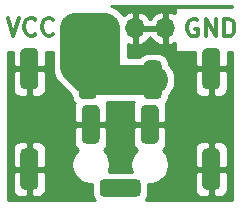
<source format=gtl>
%TF.GenerationSoftware,KiCad,Pcbnew,(5.1.6-0-10_14)*%
%TF.CreationDate,2020-09-14T10:08:38+09:00*%
%TF.ProjectId,breakout_DIN4,62726561-6b6f-4757-945f-44494e342e6b,rev?*%
%TF.SameCoordinates,Original*%
%TF.FileFunction,Copper,L1,Top*%
%TF.FilePolarity,Positive*%
%FSLAX46Y46*%
G04 Gerber Fmt 4.6, Leading zero omitted, Abs format (unit mm)*
G04 Created by KiCad (PCBNEW (5.1.6-0-10_14)) date 2020-09-14 10:08:38*
%MOMM*%
%LPD*%
G01*
G04 APERTURE LIST*
%TA.AperFunction,NonConductor*%
%ADD10C,0.300000*%
%TD*%
%TA.AperFunction,ComponentPad*%
%ADD11O,1.700000X1.700000*%
%TD*%
%TA.AperFunction,ComponentPad*%
%ADD12R,1.700000X1.700000*%
%TD*%
%TA.AperFunction,Conductor*%
%ADD13C,2.540000*%
%TD*%
%TA.AperFunction,Conductor*%
%ADD14C,0.254000*%
%TD*%
G04 APERTURE END LIST*
D10*
X120827142Y-98340000D02*
X120684285Y-98268571D01*
X120470000Y-98268571D01*
X120255714Y-98340000D01*
X120112857Y-98482857D01*
X120041428Y-98625714D01*
X119970000Y-98911428D01*
X119970000Y-99125714D01*
X120041428Y-99411428D01*
X120112857Y-99554285D01*
X120255714Y-99697142D01*
X120470000Y-99768571D01*
X120612857Y-99768571D01*
X120827142Y-99697142D01*
X120898571Y-99625714D01*
X120898571Y-99125714D01*
X120612857Y-99125714D01*
X121541428Y-99768571D02*
X121541428Y-98268571D01*
X122398571Y-99768571D01*
X122398571Y-98268571D01*
X123112857Y-99768571D02*
X123112857Y-98268571D01*
X123470000Y-98268571D01*
X123684285Y-98340000D01*
X123827142Y-98482857D01*
X123898571Y-98625714D01*
X123970000Y-98911428D01*
X123970000Y-99125714D01*
X123898571Y-99411428D01*
X123827142Y-99554285D01*
X123684285Y-99697142D01*
X123470000Y-99768571D01*
X123112857Y-99768571D01*
X104760000Y-98198571D02*
X105260000Y-99698571D01*
X105760000Y-98198571D01*
X107117142Y-99555714D02*
X107045714Y-99627142D01*
X106831428Y-99698571D01*
X106688571Y-99698571D01*
X106474285Y-99627142D01*
X106331428Y-99484285D01*
X106260000Y-99341428D01*
X106188571Y-99055714D01*
X106188571Y-98841428D01*
X106260000Y-98555714D01*
X106331428Y-98412857D01*
X106474285Y-98270000D01*
X106688571Y-98198571D01*
X106831428Y-98198571D01*
X107045714Y-98270000D01*
X107117142Y-98341428D01*
X108617142Y-99555714D02*
X108545714Y-99627142D01*
X108331428Y-99698571D01*
X108188571Y-99698571D01*
X107974285Y-99627142D01*
X107831428Y-99484285D01*
X107760000Y-99341428D01*
X107688571Y-99055714D01*
X107688571Y-98841428D01*
X107760000Y-98555714D01*
X107831428Y-98412857D01*
X107974285Y-98270000D01*
X108188571Y-98198571D01*
X108331428Y-98198571D01*
X108545714Y-98270000D01*
X108617142Y-98341428D01*
D11*
%TO.P,J1,4*%
%TO.N,GND*%
X118110000Y-99060000D03*
%TO.P,J1,3*%
X115570000Y-99060000D03*
%TO.P,J1,2*%
%TO.N,VCC*%
X113030000Y-99060000D03*
D12*
%TO.P,J1,1*%
X110490000Y-99060000D03*
%TD*%
%TO.P,U1,1*%
%TO.N,VCC*%
%TA.AperFunction,ComponentPad*%
G36*
G01*
X110800000Y-104725000D02*
X110800000Y-102175000D01*
G75*
G02*
X111175000Y-101800000I375000J0D01*
G01*
X111925000Y-101800000D01*
G75*
G02*
X112300000Y-102175000I0J-375000D01*
G01*
X112300000Y-104725000D01*
G75*
G02*
X111925000Y-105100000I-375000J0D01*
G01*
X111175000Y-105100000D01*
G75*
G02*
X110800000Y-104725000I0J375000D01*
G01*
G37*
%TD.AperFunction*%
%TO.P,U1,2*%
%TA.AperFunction,ComponentPad*%
G36*
G01*
X116300000Y-104725000D02*
X116300000Y-102175000D01*
G75*
G02*
X116675000Y-101800000I375000J0D01*
G01*
X117425000Y-101800000D01*
G75*
G02*
X117800000Y-102175000I0J-375000D01*
G01*
X117800000Y-104725000D01*
G75*
G02*
X117425000Y-105100000I-375000J0D01*
G01*
X116675000Y-105100000D01*
G75*
G02*
X116300000Y-104725000I0J375000D01*
G01*
G37*
%TD.AperFunction*%
%TO.P,U1,3*%
%TO.N,GND*%
%TA.AperFunction,ComponentPad*%
G36*
G01*
X111050000Y-108475000D02*
X111050000Y-105925000D01*
G75*
G02*
X111425000Y-105550000I375000J0D01*
G01*
X112175000Y-105550000D01*
G75*
G02*
X112550000Y-105925000I0J-375000D01*
G01*
X112550000Y-108475000D01*
G75*
G02*
X112175000Y-108850000I-375000J0D01*
G01*
X111425000Y-108850000D01*
G75*
G02*
X111050000Y-108475000I0J375000D01*
G01*
G37*
%TD.AperFunction*%
%TO.P,U1,4*%
%TA.AperFunction,ComponentPad*%
G36*
G01*
X116050000Y-108475000D02*
X116050000Y-105925000D01*
G75*
G02*
X116425000Y-105550000I375000J0D01*
G01*
X117175000Y-105550000D01*
G75*
G02*
X117550000Y-105925000I0J-375000D01*
G01*
X117550000Y-108475000D01*
G75*
G02*
X117175000Y-108850000I-375000J0D01*
G01*
X116425000Y-108850000D01*
G75*
G02*
X116050000Y-108475000I0J375000D01*
G01*
G37*
%TD.AperFunction*%
%TO.P,U1,5*%
%TO.N,Net-(U1-Pad5)*%
%TA.AperFunction,ComponentPad*%
G36*
G01*
X115675000Y-113350000D02*
X112925000Y-113350000D01*
G75*
G02*
X112550000Y-112975000I0J375000D01*
G01*
X112550000Y-112225000D01*
G75*
G02*
X112925000Y-111850000I375000J0D01*
G01*
X115675000Y-111850000D01*
G75*
G02*
X116050000Y-112225000I0J-375000D01*
G01*
X116050000Y-112975000D01*
G75*
G02*
X115675000Y-113350000I-375000J0D01*
G01*
G37*
%TD.AperFunction*%
%TO.P,U1,6*%
%TO.N,GND*%
%TA.AperFunction,ComponentPad*%
G36*
G01*
X107350000Y-101125000D02*
X107350000Y-103875000D01*
G75*
G02*
X106975000Y-104250000I-375000J0D01*
G01*
X106225000Y-104250000D01*
G75*
G02*
X105850000Y-103875000I0J375000D01*
G01*
X105850000Y-101125000D01*
G75*
G02*
X106225000Y-100750000I375000J0D01*
G01*
X106975000Y-100750000D01*
G75*
G02*
X107350000Y-101125000I0J-375000D01*
G01*
G37*
%TD.AperFunction*%
%TO.P,U1,8*%
%TA.AperFunction,ComponentPad*%
G36*
G01*
X122750000Y-101125000D02*
X122750000Y-103875000D01*
G75*
G02*
X122375000Y-104250000I-375000J0D01*
G01*
X121625000Y-104250000D01*
G75*
G02*
X121250000Y-103875000I0J375000D01*
G01*
X121250000Y-101125000D01*
G75*
G02*
X121625000Y-100750000I375000J0D01*
G01*
X122375000Y-100750000D01*
G75*
G02*
X122750000Y-101125000I0J-375000D01*
G01*
G37*
%TD.AperFunction*%
%TO.P,U1,7*%
%TA.AperFunction,ComponentPad*%
G36*
G01*
X107350000Y-109625000D02*
X107350000Y-112375000D01*
G75*
G02*
X106975000Y-112750000I-375000J0D01*
G01*
X106225000Y-112750000D01*
G75*
G02*
X105850000Y-112375000I0J375000D01*
G01*
X105850000Y-109625000D01*
G75*
G02*
X106225000Y-109250000I375000J0D01*
G01*
X106975000Y-109250000D01*
G75*
G02*
X107350000Y-109625000I0J-375000D01*
G01*
G37*
%TD.AperFunction*%
%TO.P,U1,9*%
%TA.AperFunction,ComponentPad*%
G36*
G01*
X122750000Y-109625000D02*
X122750000Y-112375000D01*
G75*
G02*
X122375000Y-112750000I-375000J0D01*
G01*
X121625000Y-112750000D01*
G75*
G02*
X121250000Y-112375000I0J375000D01*
G01*
X121250000Y-109625000D01*
G75*
G02*
X121625000Y-109250000I375000J0D01*
G01*
X122375000Y-109250000D01*
G75*
G02*
X122750000Y-109625000I0J-375000D01*
G01*
G37*
%TD.AperFunction*%
%TD*%
D13*
%TO.N,VCC*%
X113030000Y-99060000D02*
X110490000Y-99060000D01*
X110490000Y-102390000D02*
X111550000Y-103450000D01*
X110490000Y-99060000D02*
X110490000Y-102390000D01*
X111550000Y-103450000D02*
X117050000Y-103450000D01*
X113030000Y-101970000D02*
X111550000Y-103450000D01*
X113030000Y-99060000D02*
X113030000Y-101970000D01*
X110490000Y-99430000D02*
X113030000Y-101970000D01*
X110490000Y-99060000D02*
X110490000Y-99430000D01*
%TD*%
D14*
%TO.N,GND*%
G36*
X123775001Y-97300000D02*
G01*
X118899286Y-97300000D01*
X118899286Y-97805042D01*
X118876920Y-97788359D01*
X118614099Y-97663175D01*
X118466890Y-97618524D01*
X118237000Y-97739845D01*
X118237000Y-98933000D01*
X118257000Y-98933000D01*
X118257000Y-99187000D01*
X118237000Y-99187000D01*
X118237000Y-100380155D01*
X118466890Y-100501476D01*
X118614099Y-100456825D01*
X118876920Y-100331641D01*
X118899286Y-100314958D01*
X118899286Y-101120000D01*
X120612704Y-101120000D01*
X120615000Y-102214250D01*
X120773750Y-102373000D01*
X121873000Y-102373000D01*
X121873000Y-102353000D01*
X122127000Y-102353000D01*
X122127000Y-102373000D01*
X123226250Y-102373000D01*
X123385000Y-102214250D01*
X123387296Y-101120000D01*
X123775001Y-101120000D01*
X123775000Y-113615000D01*
X116454009Y-113615000D01*
X116517339Y-113537833D01*
X116610956Y-113362686D01*
X116668606Y-113172641D01*
X116688072Y-112975000D01*
X116688072Y-112750000D01*
X120611928Y-112750000D01*
X120624188Y-112874482D01*
X120660498Y-112994180D01*
X120719463Y-113104494D01*
X120798815Y-113201185D01*
X120895506Y-113280537D01*
X121005820Y-113339502D01*
X121125518Y-113375812D01*
X121250000Y-113388072D01*
X121714250Y-113385000D01*
X121873000Y-113226250D01*
X121873000Y-111127000D01*
X122127000Y-111127000D01*
X122127000Y-113226250D01*
X122285750Y-113385000D01*
X122750000Y-113388072D01*
X122874482Y-113375812D01*
X122994180Y-113339502D01*
X123104494Y-113280537D01*
X123201185Y-113201185D01*
X123280537Y-113104494D01*
X123339502Y-112994180D01*
X123375812Y-112874482D01*
X123388072Y-112750000D01*
X123385000Y-111285750D01*
X123226250Y-111127000D01*
X122127000Y-111127000D01*
X121873000Y-111127000D01*
X120773750Y-111127000D01*
X120615000Y-111285750D01*
X120611928Y-112750000D01*
X116688072Y-112750000D01*
X116688072Y-112235000D01*
X116961033Y-112235000D01*
X117276912Y-112172168D01*
X117574463Y-112048918D01*
X117842252Y-111869987D01*
X118069987Y-111642252D01*
X118248918Y-111374463D01*
X118372168Y-111076912D01*
X118435000Y-110761033D01*
X118435000Y-110438967D01*
X118372168Y-110123088D01*
X118248918Y-109825537D01*
X118069987Y-109557748D01*
X117896858Y-109384619D01*
X117904494Y-109380537D01*
X118001185Y-109301185D01*
X118043191Y-109250000D01*
X120611928Y-109250000D01*
X120615000Y-110714250D01*
X120773750Y-110873000D01*
X121873000Y-110873000D01*
X121873000Y-108773750D01*
X122127000Y-108773750D01*
X122127000Y-110873000D01*
X123226250Y-110873000D01*
X123385000Y-110714250D01*
X123388072Y-109250000D01*
X123375812Y-109125518D01*
X123339502Y-109005820D01*
X123280537Y-108895506D01*
X123201185Y-108798815D01*
X123104494Y-108719463D01*
X122994180Y-108660498D01*
X122874482Y-108624188D01*
X122750000Y-108611928D01*
X122285750Y-108615000D01*
X122127000Y-108773750D01*
X121873000Y-108773750D01*
X121714250Y-108615000D01*
X121250000Y-108611928D01*
X121125518Y-108624188D01*
X121005820Y-108660498D01*
X120895506Y-108719463D01*
X120798815Y-108798815D01*
X120719463Y-108895506D01*
X120660498Y-109005820D01*
X120624188Y-109125518D01*
X120611928Y-109250000D01*
X118043191Y-109250000D01*
X118080537Y-109204494D01*
X118139502Y-109094180D01*
X118175812Y-108974482D01*
X118188072Y-108850000D01*
X118185000Y-107485750D01*
X118026250Y-107327000D01*
X116927000Y-107327000D01*
X116927000Y-107347000D01*
X116673000Y-107347000D01*
X116673000Y-107327000D01*
X115573750Y-107327000D01*
X115415000Y-107485750D01*
X115411928Y-108850000D01*
X115424188Y-108974482D01*
X115460498Y-109094180D01*
X115519463Y-109204494D01*
X115598815Y-109301185D01*
X115695506Y-109380537D01*
X115703142Y-109384619D01*
X115530013Y-109557748D01*
X115351082Y-109825537D01*
X115227832Y-110123088D01*
X115165000Y-110438967D01*
X115165000Y-110761033D01*
X115227832Y-111076912D01*
X115283758Y-111211928D01*
X113316242Y-111211928D01*
X113372168Y-111076912D01*
X113435000Y-110761033D01*
X113435000Y-110438967D01*
X113372168Y-110123088D01*
X113248918Y-109825537D01*
X113069987Y-109557748D01*
X112896858Y-109384619D01*
X112904494Y-109380537D01*
X113001185Y-109301185D01*
X113080537Y-109204494D01*
X113139502Y-109094180D01*
X113175812Y-108974482D01*
X113188072Y-108850000D01*
X113185000Y-107485750D01*
X113026250Y-107327000D01*
X111927000Y-107327000D01*
X111927000Y-107347000D01*
X111673000Y-107347000D01*
X111673000Y-107327000D01*
X110573750Y-107327000D01*
X110415000Y-107485750D01*
X110411928Y-108850000D01*
X110424188Y-108974482D01*
X110460498Y-109094180D01*
X110519463Y-109204494D01*
X110598815Y-109301185D01*
X110695506Y-109380537D01*
X110703142Y-109384619D01*
X110530013Y-109557748D01*
X110351082Y-109825537D01*
X110227832Y-110123088D01*
X110165000Y-110438967D01*
X110165000Y-110761033D01*
X110227832Y-111076912D01*
X110351082Y-111374463D01*
X110530013Y-111642252D01*
X110757748Y-111869987D01*
X111025537Y-112048918D01*
X111323088Y-112172168D01*
X111638967Y-112235000D01*
X111911928Y-112235000D01*
X111911928Y-112975000D01*
X111931394Y-113172641D01*
X111989044Y-113362686D01*
X112082661Y-113537833D01*
X112145991Y-113615000D01*
X104825000Y-113615000D01*
X104825000Y-112750000D01*
X105211928Y-112750000D01*
X105224188Y-112874482D01*
X105260498Y-112994180D01*
X105319463Y-113104494D01*
X105398815Y-113201185D01*
X105495506Y-113280537D01*
X105605820Y-113339502D01*
X105725518Y-113375812D01*
X105850000Y-113388072D01*
X106314250Y-113385000D01*
X106473000Y-113226250D01*
X106473000Y-111127000D01*
X106727000Y-111127000D01*
X106727000Y-113226250D01*
X106885750Y-113385000D01*
X107350000Y-113388072D01*
X107474482Y-113375812D01*
X107594180Y-113339502D01*
X107704494Y-113280537D01*
X107801185Y-113201185D01*
X107880537Y-113104494D01*
X107939502Y-112994180D01*
X107975812Y-112874482D01*
X107988072Y-112750000D01*
X107985000Y-111285750D01*
X107826250Y-111127000D01*
X106727000Y-111127000D01*
X106473000Y-111127000D01*
X105373750Y-111127000D01*
X105215000Y-111285750D01*
X105211928Y-112750000D01*
X104825000Y-112750000D01*
X104825000Y-109250000D01*
X105211928Y-109250000D01*
X105215000Y-110714250D01*
X105373750Y-110873000D01*
X106473000Y-110873000D01*
X106473000Y-108773750D01*
X106727000Y-108773750D01*
X106727000Y-110873000D01*
X107826250Y-110873000D01*
X107985000Y-110714250D01*
X107988072Y-109250000D01*
X107975812Y-109125518D01*
X107939502Y-109005820D01*
X107880537Y-108895506D01*
X107801185Y-108798815D01*
X107704494Y-108719463D01*
X107594180Y-108660498D01*
X107474482Y-108624188D01*
X107350000Y-108611928D01*
X106885750Y-108615000D01*
X106727000Y-108773750D01*
X106473000Y-108773750D01*
X106314250Y-108615000D01*
X105850000Y-108611928D01*
X105725518Y-108624188D01*
X105605820Y-108660498D01*
X105495506Y-108719463D01*
X105398815Y-108798815D01*
X105319463Y-108895506D01*
X105260498Y-109005820D01*
X105224188Y-109125518D01*
X105211928Y-109250000D01*
X104825000Y-109250000D01*
X104825000Y-104250000D01*
X105211928Y-104250000D01*
X105224188Y-104374482D01*
X105260498Y-104494180D01*
X105319463Y-104604494D01*
X105398815Y-104701185D01*
X105495506Y-104780537D01*
X105605820Y-104839502D01*
X105725518Y-104875812D01*
X105850000Y-104888072D01*
X106314250Y-104885000D01*
X106473000Y-104726250D01*
X106473000Y-102627000D01*
X106727000Y-102627000D01*
X106727000Y-104726250D01*
X106885750Y-104885000D01*
X107350000Y-104888072D01*
X107474482Y-104875812D01*
X107594180Y-104839502D01*
X107704494Y-104780537D01*
X107801185Y-104701185D01*
X107880537Y-104604494D01*
X107939502Y-104494180D01*
X107975812Y-104374482D01*
X107988072Y-104250000D01*
X107985000Y-102785750D01*
X107826250Y-102627000D01*
X106727000Y-102627000D01*
X106473000Y-102627000D01*
X105373750Y-102627000D01*
X105215000Y-102785750D01*
X105211928Y-104250000D01*
X104825000Y-104250000D01*
X104825000Y-101050000D01*
X105212557Y-101050000D01*
X105215000Y-102214250D01*
X105373750Y-102373000D01*
X106473000Y-102373000D01*
X106473000Y-102353000D01*
X106727000Y-102353000D01*
X106727000Y-102373000D01*
X107826250Y-102373000D01*
X107985000Y-102214250D01*
X107987443Y-101050000D01*
X108585001Y-101050000D01*
X108585001Y-102296411D01*
X108575783Y-102390000D01*
X108612565Y-102763445D01*
X108721495Y-103122539D01*
X108898387Y-103453482D01*
X108987128Y-103561612D01*
X109136445Y-103743556D01*
X109209140Y-103803215D01*
X110136784Y-104730860D01*
X110166013Y-104766476D01*
X110181394Y-104922641D01*
X110239044Y-105112686D01*
X110332661Y-105287833D01*
X110429982Y-105406418D01*
X110424188Y-105425518D01*
X110411928Y-105550000D01*
X110415000Y-106914250D01*
X110573750Y-107073000D01*
X111673000Y-107073000D01*
X111673000Y-107053000D01*
X111927000Y-107053000D01*
X111927000Y-107073000D01*
X113026250Y-107073000D01*
X113185000Y-106914250D01*
X113188072Y-105550000D01*
X113175812Y-105425518D01*
X113154421Y-105355000D01*
X115445579Y-105355000D01*
X115424188Y-105425518D01*
X115411928Y-105550000D01*
X115415000Y-106914250D01*
X115573750Y-107073000D01*
X116673000Y-107073000D01*
X116673000Y-107053000D01*
X116927000Y-107053000D01*
X116927000Y-107073000D01*
X118026250Y-107073000D01*
X118185000Y-106914250D01*
X118188072Y-105550000D01*
X118175812Y-105425518D01*
X118170018Y-105406418D01*
X118267339Y-105287833D01*
X118360956Y-105112686D01*
X118418606Y-104922641D01*
X118433987Y-104766476D01*
X118641613Y-104513482D01*
X118782447Y-104250000D01*
X120611928Y-104250000D01*
X120624188Y-104374482D01*
X120660498Y-104494180D01*
X120719463Y-104604494D01*
X120798815Y-104701185D01*
X120895506Y-104780537D01*
X121005820Y-104839502D01*
X121125518Y-104875812D01*
X121250000Y-104888072D01*
X121714250Y-104885000D01*
X121873000Y-104726250D01*
X121873000Y-102627000D01*
X122127000Y-102627000D01*
X122127000Y-104726250D01*
X122285750Y-104885000D01*
X122750000Y-104888072D01*
X122874482Y-104875812D01*
X122994180Y-104839502D01*
X123104494Y-104780537D01*
X123201185Y-104701185D01*
X123280537Y-104604494D01*
X123339502Y-104494180D01*
X123375812Y-104374482D01*
X123388072Y-104250000D01*
X123385000Y-102785750D01*
X123226250Y-102627000D01*
X122127000Y-102627000D01*
X121873000Y-102627000D01*
X120773750Y-102627000D01*
X120615000Y-102785750D01*
X120611928Y-104250000D01*
X118782447Y-104250000D01*
X118818506Y-104182539D01*
X118927436Y-103823445D01*
X118964217Y-103450000D01*
X118927436Y-103076555D01*
X118818506Y-102717461D01*
X118641613Y-102386518D01*
X118433987Y-102133524D01*
X118418606Y-101977359D01*
X118360956Y-101787314D01*
X118267339Y-101612167D01*
X118141350Y-101458650D01*
X117987833Y-101332661D01*
X117812686Y-101239044D01*
X117622641Y-101181394D01*
X117425000Y-101161928D01*
X116675000Y-101161928D01*
X116477359Y-101181394D01*
X116287314Y-101239044D01*
X116112167Y-101332661D01*
X115958650Y-101458650D01*
X115887784Y-101545000D01*
X114935000Y-101545000D01*
X114935000Y-100394476D01*
X115065901Y-100456825D01*
X115213110Y-100501476D01*
X115443000Y-100380155D01*
X115443000Y-99187000D01*
X115697000Y-99187000D01*
X115697000Y-100380155D01*
X115926890Y-100501476D01*
X116074099Y-100456825D01*
X116336920Y-100331641D01*
X116570269Y-100157588D01*
X116765178Y-99941355D01*
X116840000Y-99815745D01*
X116914822Y-99941355D01*
X117109731Y-100157588D01*
X117343080Y-100331641D01*
X117605901Y-100456825D01*
X117753110Y-100501476D01*
X117983000Y-100380155D01*
X117983000Y-99187000D01*
X115697000Y-99187000D01*
X115443000Y-99187000D01*
X115423000Y-99187000D01*
X115423000Y-98933000D01*
X115443000Y-98933000D01*
X115443000Y-97739845D01*
X115697000Y-97739845D01*
X115697000Y-98933000D01*
X117983000Y-98933000D01*
X117983000Y-97739845D01*
X117753110Y-97618524D01*
X117605901Y-97663175D01*
X117343080Y-97788359D01*
X117109731Y-97962412D01*
X116914822Y-98178645D01*
X116840000Y-98304255D01*
X116765178Y-98178645D01*
X116570269Y-97962412D01*
X116336920Y-97788359D01*
X116074099Y-97663175D01*
X115926890Y-97618524D01*
X115697000Y-97739845D01*
X115443000Y-97739845D01*
X115213110Y-97618524D01*
X115065901Y-97663175D01*
X114803080Y-97788359D01*
X114584551Y-97951358D01*
X114383556Y-97706444D01*
X114093482Y-97468387D01*
X113762539Y-97291494D01*
X113477407Y-97205000D01*
X123775001Y-97205000D01*
X123775001Y-97300000D01*
G37*
X123775001Y-97300000D02*
X118899286Y-97300000D01*
X118899286Y-97805042D01*
X118876920Y-97788359D01*
X118614099Y-97663175D01*
X118466890Y-97618524D01*
X118237000Y-97739845D01*
X118237000Y-98933000D01*
X118257000Y-98933000D01*
X118257000Y-99187000D01*
X118237000Y-99187000D01*
X118237000Y-100380155D01*
X118466890Y-100501476D01*
X118614099Y-100456825D01*
X118876920Y-100331641D01*
X118899286Y-100314958D01*
X118899286Y-101120000D01*
X120612704Y-101120000D01*
X120615000Y-102214250D01*
X120773750Y-102373000D01*
X121873000Y-102373000D01*
X121873000Y-102353000D01*
X122127000Y-102353000D01*
X122127000Y-102373000D01*
X123226250Y-102373000D01*
X123385000Y-102214250D01*
X123387296Y-101120000D01*
X123775001Y-101120000D01*
X123775000Y-113615000D01*
X116454009Y-113615000D01*
X116517339Y-113537833D01*
X116610956Y-113362686D01*
X116668606Y-113172641D01*
X116688072Y-112975000D01*
X116688072Y-112750000D01*
X120611928Y-112750000D01*
X120624188Y-112874482D01*
X120660498Y-112994180D01*
X120719463Y-113104494D01*
X120798815Y-113201185D01*
X120895506Y-113280537D01*
X121005820Y-113339502D01*
X121125518Y-113375812D01*
X121250000Y-113388072D01*
X121714250Y-113385000D01*
X121873000Y-113226250D01*
X121873000Y-111127000D01*
X122127000Y-111127000D01*
X122127000Y-113226250D01*
X122285750Y-113385000D01*
X122750000Y-113388072D01*
X122874482Y-113375812D01*
X122994180Y-113339502D01*
X123104494Y-113280537D01*
X123201185Y-113201185D01*
X123280537Y-113104494D01*
X123339502Y-112994180D01*
X123375812Y-112874482D01*
X123388072Y-112750000D01*
X123385000Y-111285750D01*
X123226250Y-111127000D01*
X122127000Y-111127000D01*
X121873000Y-111127000D01*
X120773750Y-111127000D01*
X120615000Y-111285750D01*
X120611928Y-112750000D01*
X116688072Y-112750000D01*
X116688072Y-112235000D01*
X116961033Y-112235000D01*
X117276912Y-112172168D01*
X117574463Y-112048918D01*
X117842252Y-111869987D01*
X118069987Y-111642252D01*
X118248918Y-111374463D01*
X118372168Y-111076912D01*
X118435000Y-110761033D01*
X118435000Y-110438967D01*
X118372168Y-110123088D01*
X118248918Y-109825537D01*
X118069987Y-109557748D01*
X117896858Y-109384619D01*
X117904494Y-109380537D01*
X118001185Y-109301185D01*
X118043191Y-109250000D01*
X120611928Y-109250000D01*
X120615000Y-110714250D01*
X120773750Y-110873000D01*
X121873000Y-110873000D01*
X121873000Y-108773750D01*
X122127000Y-108773750D01*
X122127000Y-110873000D01*
X123226250Y-110873000D01*
X123385000Y-110714250D01*
X123388072Y-109250000D01*
X123375812Y-109125518D01*
X123339502Y-109005820D01*
X123280537Y-108895506D01*
X123201185Y-108798815D01*
X123104494Y-108719463D01*
X122994180Y-108660498D01*
X122874482Y-108624188D01*
X122750000Y-108611928D01*
X122285750Y-108615000D01*
X122127000Y-108773750D01*
X121873000Y-108773750D01*
X121714250Y-108615000D01*
X121250000Y-108611928D01*
X121125518Y-108624188D01*
X121005820Y-108660498D01*
X120895506Y-108719463D01*
X120798815Y-108798815D01*
X120719463Y-108895506D01*
X120660498Y-109005820D01*
X120624188Y-109125518D01*
X120611928Y-109250000D01*
X118043191Y-109250000D01*
X118080537Y-109204494D01*
X118139502Y-109094180D01*
X118175812Y-108974482D01*
X118188072Y-108850000D01*
X118185000Y-107485750D01*
X118026250Y-107327000D01*
X116927000Y-107327000D01*
X116927000Y-107347000D01*
X116673000Y-107347000D01*
X116673000Y-107327000D01*
X115573750Y-107327000D01*
X115415000Y-107485750D01*
X115411928Y-108850000D01*
X115424188Y-108974482D01*
X115460498Y-109094180D01*
X115519463Y-109204494D01*
X115598815Y-109301185D01*
X115695506Y-109380537D01*
X115703142Y-109384619D01*
X115530013Y-109557748D01*
X115351082Y-109825537D01*
X115227832Y-110123088D01*
X115165000Y-110438967D01*
X115165000Y-110761033D01*
X115227832Y-111076912D01*
X115283758Y-111211928D01*
X113316242Y-111211928D01*
X113372168Y-111076912D01*
X113435000Y-110761033D01*
X113435000Y-110438967D01*
X113372168Y-110123088D01*
X113248918Y-109825537D01*
X113069987Y-109557748D01*
X112896858Y-109384619D01*
X112904494Y-109380537D01*
X113001185Y-109301185D01*
X113080537Y-109204494D01*
X113139502Y-109094180D01*
X113175812Y-108974482D01*
X113188072Y-108850000D01*
X113185000Y-107485750D01*
X113026250Y-107327000D01*
X111927000Y-107327000D01*
X111927000Y-107347000D01*
X111673000Y-107347000D01*
X111673000Y-107327000D01*
X110573750Y-107327000D01*
X110415000Y-107485750D01*
X110411928Y-108850000D01*
X110424188Y-108974482D01*
X110460498Y-109094180D01*
X110519463Y-109204494D01*
X110598815Y-109301185D01*
X110695506Y-109380537D01*
X110703142Y-109384619D01*
X110530013Y-109557748D01*
X110351082Y-109825537D01*
X110227832Y-110123088D01*
X110165000Y-110438967D01*
X110165000Y-110761033D01*
X110227832Y-111076912D01*
X110351082Y-111374463D01*
X110530013Y-111642252D01*
X110757748Y-111869987D01*
X111025537Y-112048918D01*
X111323088Y-112172168D01*
X111638967Y-112235000D01*
X111911928Y-112235000D01*
X111911928Y-112975000D01*
X111931394Y-113172641D01*
X111989044Y-113362686D01*
X112082661Y-113537833D01*
X112145991Y-113615000D01*
X104825000Y-113615000D01*
X104825000Y-112750000D01*
X105211928Y-112750000D01*
X105224188Y-112874482D01*
X105260498Y-112994180D01*
X105319463Y-113104494D01*
X105398815Y-113201185D01*
X105495506Y-113280537D01*
X105605820Y-113339502D01*
X105725518Y-113375812D01*
X105850000Y-113388072D01*
X106314250Y-113385000D01*
X106473000Y-113226250D01*
X106473000Y-111127000D01*
X106727000Y-111127000D01*
X106727000Y-113226250D01*
X106885750Y-113385000D01*
X107350000Y-113388072D01*
X107474482Y-113375812D01*
X107594180Y-113339502D01*
X107704494Y-113280537D01*
X107801185Y-113201185D01*
X107880537Y-113104494D01*
X107939502Y-112994180D01*
X107975812Y-112874482D01*
X107988072Y-112750000D01*
X107985000Y-111285750D01*
X107826250Y-111127000D01*
X106727000Y-111127000D01*
X106473000Y-111127000D01*
X105373750Y-111127000D01*
X105215000Y-111285750D01*
X105211928Y-112750000D01*
X104825000Y-112750000D01*
X104825000Y-109250000D01*
X105211928Y-109250000D01*
X105215000Y-110714250D01*
X105373750Y-110873000D01*
X106473000Y-110873000D01*
X106473000Y-108773750D01*
X106727000Y-108773750D01*
X106727000Y-110873000D01*
X107826250Y-110873000D01*
X107985000Y-110714250D01*
X107988072Y-109250000D01*
X107975812Y-109125518D01*
X107939502Y-109005820D01*
X107880537Y-108895506D01*
X107801185Y-108798815D01*
X107704494Y-108719463D01*
X107594180Y-108660498D01*
X107474482Y-108624188D01*
X107350000Y-108611928D01*
X106885750Y-108615000D01*
X106727000Y-108773750D01*
X106473000Y-108773750D01*
X106314250Y-108615000D01*
X105850000Y-108611928D01*
X105725518Y-108624188D01*
X105605820Y-108660498D01*
X105495506Y-108719463D01*
X105398815Y-108798815D01*
X105319463Y-108895506D01*
X105260498Y-109005820D01*
X105224188Y-109125518D01*
X105211928Y-109250000D01*
X104825000Y-109250000D01*
X104825000Y-104250000D01*
X105211928Y-104250000D01*
X105224188Y-104374482D01*
X105260498Y-104494180D01*
X105319463Y-104604494D01*
X105398815Y-104701185D01*
X105495506Y-104780537D01*
X105605820Y-104839502D01*
X105725518Y-104875812D01*
X105850000Y-104888072D01*
X106314250Y-104885000D01*
X106473000Y-104726250D01*
X106473000Y-102627000D01*
X106727000Y-102627000D01*
X106727000Y-104726250D01*
X106885750Y-104885000D01*
X107350000Y-104888072D01*
X107474482Y-104875812D01*
X107594180Y-104839502D01*
X107704494Y-104780537D01*
X107801185Y-104701185D01*
X107880537Y-104604494D01*
X107939502Y-104494180D01*
X107975812Y-104374482D01*
X107988072Y-104250000D01*
X107985000Y-102785750D01*
X107826250Y-102627000D01*
X106727000Y-102627000D01*
X106473000Y-102627000D01*
X105373750Y-102627000D01*
X105215000Y-102785750D01*
X105211928Y-104250000D01*
X104825000Y-104250000D01*
X104825000Y-101050000D01*
X105212557Y-101050000D01*
X105215000Y-102214250D01*
X105373750Y-102373000D01*
X106473000Y-102373000D01*
X106473000Y-102353000D01*
X106727000Y-102353000D01*
X106727000Y-102373000D01*
X107826250Y-102373000D01*
X107985000Y-102214250D01*
X107987443Y-101050000D01*
X108585001Y-101050000D01*
X108585001Y-102296411D01*
X108575783Y-102390000D01*
X108612565Y-102763445D01*
X108721495Y-103122539D01*
X108898387Y-103453482D01*
X108987128Y-103561612D01*
X109136445Y-103743556D01*
X109209140Y-103803215D01*
X110136784Y-104730860D01*
X110166013Y-104766476D01*
X110181394Y-104922641D01*
X110239044Y-105112686D01*
X110332661Y-105287833D01*
X110429982Y-105406418D01*
X110424188Y-105425518D01*
X110411928Y-105550000D01*
X110415000Y-106914250D01*
X110573750Y-107073000D01*
X111673000Y-107073000D01*
X111673000Y-107053000D01*
X111927000Y-107053000D01*
X111927000Y-107073000D01*
X113026250Y-107073000D01*
X113185000Y-106914250D01*
X113188072Y-105550000D01*
X113175812Y-105425518D01*
X113154421Y-105355000D01*
X115445579Y-105355000D01*
X115424188Y-105425518D01*
X115411928Y-105550000D01*
X115415000Y-106914250D01*
X115573750Y-107073000D01*
X116673000Y-107073000D01*
X116673000Y-107053000D01*
X116927000Y-107053000D01*
X116927000Y-107073000D01*
X118026250Y-107073000D01*
X118185000Y-106914250D01*
X118188072Y-105550000D01*
X118175812Y-105425518D01*
X118170018Y-105406418D01*
X118267339Y-105287833D01*
X118360956Y-105112686D01*
X118418606Y-104922641D01*
X118433987Y-104766476D01*
X118641613Y-104513482D01*
X118782447Y-104250000D01*
X120611928Y-104250000D01*
X120624188Y-104374482D01*
X120660498Y-104494180D01*
X120719463Y-104604494D01*
X120798815Y-104701185D01*
X120895506Y-104780537D01*
X121005820Y-104839502D01*
X121125518Y-104875812D01*
X121250000Y-104888072D01*
X121714250Y-104885000D01*
X121873000Y-104726250D01*
X121873000Y-102627000D01*
X122127000Y-102627000D01*
X122127000Y-104726250D01*
X122285750Y-104885000D01*
X122750000Y-104888072D01*
X122874482Y-104875812D01*
X122994180Y-104839502D01*
X123104494Y-104780537D01*
X123201185Y-104701185D01*
X123280537Y-104604494D01*
X123339502Y-104494180D01*
X123375812Y-104374482D01*
X123388072Y-104250000D01*
X123385000Y-102785750D01*
X123226250Y-102627000D01*
X122127000Y-102627000D01*
X121873000Y-102627000D01*
X120773750Y-102627000D01*
X120615000Y-102785750D01*
X120611928Y-104250000D01*
X118782447Y-104250000D01*
X118818506Y-104182539D01*
X118927436Y-103823445D01*
X118964217Y-103450000D01*
X118927436Y-103076555D01*
X118818506Y-102717461D01*
X118641613Y-102386518D01*
X118433987Y-102133524D01*
X118418606Y-101977359D01*
X118360956Y-101787314D01*
X118267339Y-101612167D01*
X118141350Y-101458650D01*
X117987833Y-101332661D01*
X117812686Y-101239044D01*
X117622641Y-101181394D01*
X117425000Y-101161928D01*
X116675000Y-101161928D01*
X116477359Y-101181394D01*
X116287314Y-101239044D01*
X116112167Y-101332661D01*
X115958650Y-101458650D01*
X115887784Y-101545000D01*
X114935000Y-101545000D01*
X114935000Y-100394476D01*
X115065901Y-100456825D01*
X115213110Y-100501476D01*
X115443000Y-100380155D01*
X115443000Y-99187000D01*
X115697000Y-99187000D01*
X115697000Y-100380155D01*
X115926890Y-100501476D01*
X116074099Y-100456825D01*
X116336920Y-100331641D01*
X116570269Y-100157588D01*
X116765178Y-99941355D01*
X116840000Y-99815745D01*
X116914822Y-99941355D01*
X117109731Y-100157588D01*
X117343080Y-100331641D01*
X117605901Y-100456825D01*
X117753110Y-100501476D01*
X117983000Y-100380155D01*
X117983000Y-99187000D01*
X115697000Y-99187000D01*
X115443000Y-99187000D01*
X115423000Y-99187000D01*
X115423000Y-98933000D01*
X115443000Y-98933000D01*
X115443000Y-97739845D01*
X115697000Y-97739845D01*
X115697000Y-98933000D01*
X117983000Y-98933000D01*
X117983000Y-97739845D01*
X117753110Y-97618524D01*
X117605901Y-97663175D01*
X117343080Y-97788359D01*
X117109731Y-97962412D01*
X116914822Y-98178645D01*
X116840000Y-98304255D01*
X116765178Y-98178645D01*
X116570269Y-97962412D01*
X116336920Y-97788359D01*
X116074099Y-97663175D01*
X115926890Y-97618524D01*
X115697000Y-97739845D01*
X115443000Y-97739845D01*
X115213110Y-97618524D01*
X115065901Y-97663175D01*
X114803080Y-97788359D01*
X114584551Y-97951358D01*
X114383556Y-97706444D01*
X114093482Y-97468387D01*
X113762539Y-97291494D01*
X113477407Y-97205000D01*
X123775001Y-97205000D01*
X123775001Y-97300000D01*
%TD*%
M02*

</source>
